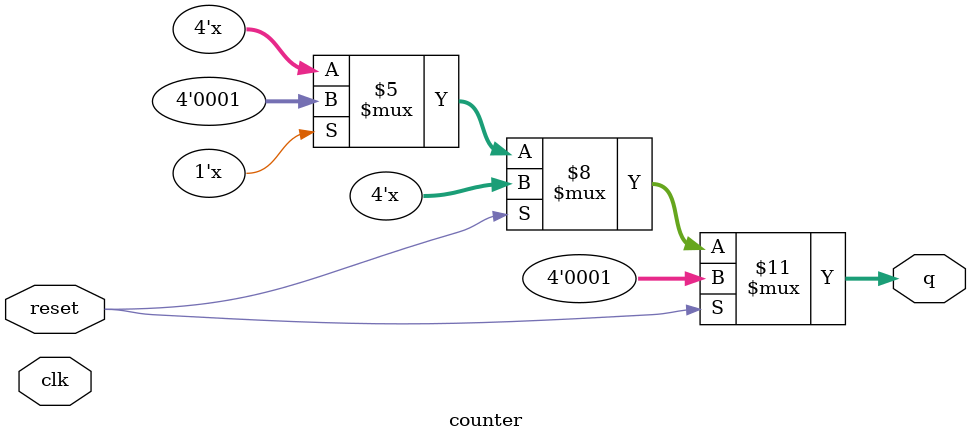
<source format=v>
module counter( 
    input clk,
    input reset,
    output reg [3:0] q
); 
// update q on the positive edge of the clock according to the following cases:
// on reset, assign q to 1
// else if q is 12, assign q to 1
// else, increment q by 1 
always@(*) 
begin 
if (reset)
q = 1;
else if (q == 12)
q = 1;
else
q = q + 1;
end
endmodule

</source>
